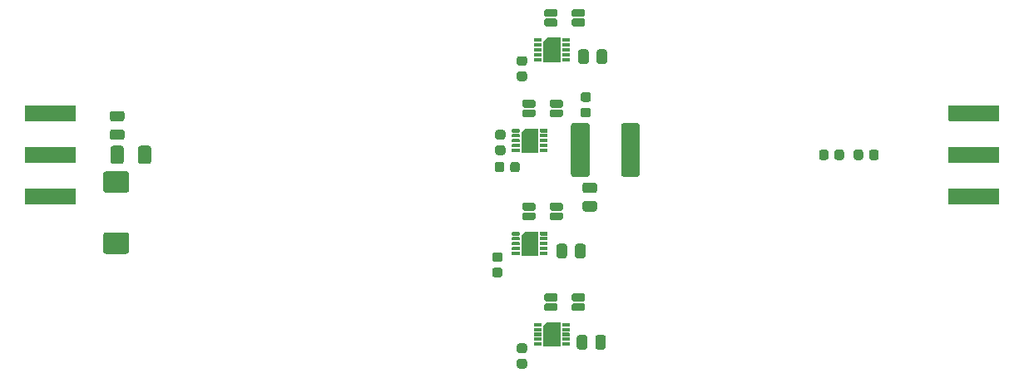
<source format=gbr>
%TF.GenerationSoftware,KiCad,Pcbnew,5.1.7*%
%TF.CreationDate,2020-12-13T02:14:48+00:00*%
%TF.ProjectId,LT3045-4,4c543330-3435-42d3-942e-6b696361645f,rev?*%
%TF.SameCoordinates,Original*%
%TF.FileFunction,Soldermask,Top*%
%TF.FilePolarity,Negative*%
%FSLAX46Y46*%
G04 Gerber Fmt 4.6, Leading zero omitted, Abs format (unit mm)*
G04 Created by KiCad (PCBNEW 5.1.7) date 2020-12-13 02:14:48*
%MOMM*%
%LPD*%
G01*
G04 APERTURE LIST*
%ADD10C,0.100000*%
G04 APERTURE END LIST*
%TO.C,C7*%
G36*
G01*
X56075000Y-10775000D02*
X56075000Y-10295000D01*
G75*
G02*
X56235000Y-10135000I160000J0D01*
G01*
X57265000Y-10135000D01*
G75*
G02*
X57425000Y-10295000I0J-160000D01*
G01*
X57425000Y-10775000D01*
G75*
G02*
X57265000Y-10935000I-160000J0D01*
G01*
X56235000Y-10935000D01*
G75*
G02*
X56075000Y-10775000I0J160000D01*
G01*
G37*
G36*
G01*
X56075000Y-11755000D02*
X56075000Y-11275000D01*
G75*
G02*
X56235000Y-11115000I160000J0D01*
G01*
X57265000Y-11115000D01*
G75*
G02*
X57425000Y-11275000I0J-160000D01*
G01*
X57425000Y-11755000D01*
G75*
G02*
X57265000Y-11915000I-160000J0D01*
G01*
X56235000Y-11915000D01*
G75*
G02*
X56075000Y-11755000I0J160000D01*
G01*
G37*
G36*
G01*
X53275000Y-10775000D02*
X53275000Y-10295000D01*
G75*
G02*
X53435000Y-10135000I160000J0D01*
G01*
X54465000Y-10135000D01*
G75*
G02*
X54625000Y-10295000I0J-160000D01*
G01*
X54625000Y-10775000D01*
G75*
G02*
X54465000Y-10935000I-160000J0D01*
G01*
X53435000Y-10935000D01*
G75*
G02*
X53275000Y-10775000I0J160000D01*
G01*
G37*
G36*
G01*
X53275000Y-11755000D02*
X53275000Y-11275000D01*
G75*
G02*
X53435000Y-11115000I160000J0D01*
G01*
X54465000Y-11115000D01*
G75*
G02*
X54625000Y-11275000I0J-160000D01*
G01*
X54625000Y-11755000D01*
G75*
G02*
X54465000Y-11915000I-160000J0D01*
G01*
X53435000Y-11915000D01*
G75*
G02*
X53275000Y-11755000I0J160000D01*
G01*
G37*
%TD*%
%TO.C,C3*%
G36*
G01*
X53825000Y-20025000D02*
X53825000Y-19545000D01*
G75*
G02*
X53985000Y-19385000I160000J0D01*
G01*
X55015000Y-19385000D01*
G75*
G02*
X55175000Y-19545000I0J-160000D01*
G01*
X55175000Y-20025000D01*
G75*
G02*
X55015000Y-20185000I-160000J0D01*
G01*
X53985000Y-20185000D01*
G75*
G02*
X53825000Y-20025000I0J160000D01*
G01*
G37*
G36*
G01*
X53825000Y-21005000D02*
X53825000Y-20525000D01*
G75*
G02*
X53985000Y-20365000I160000J0D01*
G01*
X55015000Y-20365000D01*
G75*
G02*
X55175000Y-20525000I0J-160000D01*
G01*
X55175000Y-21005000D01*
G75*
G02*
X55015000Y-21165000I-160000J0D01*
G01*
X53985000Y-21165000D01*
G75*
G02*
X53825000Y-21005000I0J160000D01*
G01*
G37*
G36*
G01*
X51025000Y-20025000D02*
X51025000Y-19545000D01*
G75*
G02*
X51185000Y-19385000I160000J0D01*
G01*
X52215000Y-19385000D01*
G75*
G02*
X52375000Y-19545000I0J-160000D01*
G01*
X52375000Y-20025000D01*
G75*
G02*
X52215000Y-20185000I-160000J0D01*
G01*
X51185000Y-20185000D01*
G75*
G02*
X51025000Y-20025000I0J160000D01*
G01*
G37*
G36*
G01*
X51025000Y-21005000D02*
X51025000Y-20525000D01*
G75*
G02*
X51185000Y-20365000I160000J0D01*
G01*
X52215000Y-20365000D01*
G75*
G02*
X52375000Y-20525000I0J-160000D01*
G01*
X52375000Y-21005000D01*
G75*
G02*
X52215000Y-21165000I-160000J0D01*
G01*
X51185000Y-21165000D01*
G75*
G02*
X51025000Y-21005000I0J160000D01*
G01*
G37*
%TD*%
%TO.C,C8*%
G36*
G01*
X53825000Y-30525000D02*
X53825000Y-30045000D01*
G75*
G02*
X53985000Y-29885000I160000J0D01*
G01*
X55015000Y-29885000D01*
G75*
G02*
X55175000Y-30045000I0J-160000D01*
G01*
X55175000Y-30525000D01*
G75*
G02*
X55015000Y-30685000I-160000J0D01*
G01*
X53985000Y-30685000D01*
G75*
G02*
X53825000Y-30525000I0J160000D01*
G01*
G37*
G36*
G01*
X53825000Y-31505000D02*
X53825000Y-31025000D01*
G75*
G02*
X53985000Y-30865000I160000J0D01*
G01*
X55015000Y-30865000D01*
G75*
G02*
X55175000Y-31025000I0J-160000D01*
G01*
X55175000Y-31505000D01*
G75*
G02*
X55015000Y-31665000I-160000J0D01*
G01*
X53985000Y-31665000D01*
G75*
G02*
X53825000Y-31505000I0J160000D01*
G01*
G37*
G36*
G01*
X51025000Y-30525000D02*
X51025000Y-30045000D01*
G75*
G02*
X51185000Y-29885000I160000J0D01*
G01*
X52215000Y-29885000D01*
G75*
G02*
X52375000Y-30045000I0J-160000D01*
G01*
X52375000Y-30525000D01*
G75*
G02*
X52215000Y-30685000I-160000J0D01*
G01*
X51185000Y-30685000D01*
G75*
G02*
X51025000Y-30525000I0J160000D01*
G01*
G37*
G36*
G01*
X51025000Y-31505000D02*
X51025000Y-31025000D01*
G75*
G02*
X51185000Y-30865000I160000J0D01*
G01*
X52215000Y-30865000D01*
G75*
G02*
X52375000Y-31025000I0J-160000D01*
G01*
X52375000Y-31505000D01*
G75*
G02*
X52215000Y-31665000I-160000J0D01*
G01*
X51185000Y-31665000D01*
G75*
G02*
X51025000Y-31505000I0J160000D01*
G01*
G37*
%TD*%
%TO.C,C9*%
G36*
G01*
X53275000Y-40755000D02*
X53275000Y-40275000D01*
G75*
G02*
X53435000Y-40115000I160000J0D01*
G01*
X54465000Y-40115000D01*
G75*
G02*
X54625000Y-40275000I0J-160000D01*
G01*
X54625000Y-40755000D01*
G75*
G02*
X54465000Y-40915000I-160000J0D01*
G01*
X53435000Y-40915000D01*
G75*
G02*
X53275000Y-40755000I0J160000D01*
G01*
G37*
G36*
G01*
X53275000Y-39775000D02*
X53275000Y-39295000D01*
G75*
G02*
X53435000Y-39135000I160000J0D01*
G01*
X54465000Y-39135000D01*
G75*
G02*
X54625000Y-39295000I0J-160000D01*
G01*
X54625000Y-39775000D01*
G75*
G02*
X54465000Y-39935000I-160000J0D01*
G01*
X53435000Y-39935000D01*
G75*
G02*
X53275000Y-39775000I0J160000D01*
G01*
G37*
G36*
G01*
X56075000Y-40755000D02*
X56075000Y-40275000D01*
G75*
G02*
X56235000Y-40115000I160000J0D01*
G01*
X57265000Y-40115000D01*
G75*
G02*
X57425000Y-40275000I0J-160000D01*
G01*
X57425000Y-40755000D01*
G75*
G02*
X57265000Y-40915000I-160000J0D01*
G01*
X56235000Y-40915000D01*
G75*
G02*
X56075000Y-40755000I0J160000D01*
G01*
G37*
G36*
G01*
X56075000Y-39775000D02*
X56075000Y-39295000D01*
G75*
G02*
X56235000Y-39135000I160000J0D01*
G01*
X57265000Y-39135000D01*
G75*
G02*
X57425000Y-39295000I0J-160000D01*
G01*
X57425000Y-39775000D01*
G75*
G02*
X57265000Y-39935000I-160000J0D01*
G01*
X56235000Y-39935000D01*
G75*
G02*
X56075000Y-39775000I0J160000D01*
G01*
G37*
%TD*%
D10*
%TO.C,U4*%
G36*
X54884755Y-42060961D02*
G01*
X54894134Y-42063806D01*
X54902779Y-42068427D01*
X54910355Y-42074645D01*
X54916573Y-42082221D01*
X54921194Y-42090866D01*
X54924039Y-42100245D01*
X54925000Y-42110000D01*
X54925000Y-44490000D01*
X54924039Y-44499755D01*
X54921194Y-44509134D01*
X54916573Y-44517779D01*
X54910355Y-44525355D01*
X54902779Y-44531573D01*
X54894134Y-44536194D01*
X54884755Y-44539039D01*
X54875000Y-44540000D01*
X53225000Y-44540000D01*
X53215245Y-44539039D01*
X53205866Y-44536194D01*
X53197221Y-44531573D01*
X53189645Y-44525355D01*
X53183427Y-44517779D01*
X53178806Y-44509134D01*
X53175961Y-44499755D01*
X53175000Y-44490000D01*
X53175000Y-42486000D01*
X53175961Y-42476245D01*
X53178806Y-42466866D01*
X53183427Y-42458221D01*
X53188402Y-42451933D01*
X53538402Y-42075933D01*
X53545751Y-42069447D01*
X53554225Y-42064520D01*
X53563497Y-42061341D01*
X53575000Y-42060000D01*
X54875000Y-42060000D01*
X54884755Y-42060961D01*
G37*
G36*
G01*
X55075000Y-42425000D02*
X55075000Y-42175000D01*
G75*
G02*
X55125000Y-42125000I50000J0D01*
G01*
X55825000Y-42125000D01*
G75*
G02*
X55875000Y-42175000I0J-50000D01*
G01*
X55875000Y-42425000D01*
G75*
G02*
X55825000Y-42475000I-50000J0D01*
G01*
X55125000Y-42475000D01*
G75*
G02*
X55075000Y-42425000I0J50000D01*
G01*
G37*
G36*
G01*
X55075000Y-42925000D02*
X55075000Y-42675000D01*
G75*
G02*
X55125000Y-42625000I50000J0D01*
G01*
X55825000Y-42625000D01*
G75*
G02*
X55875000Y-42675000I0J-50000D01*
G01*
X55875000Y-42925000D01*
G75*
G02*
X55825000Y-42975000I-50000J0D01*
G01*
X55125000Y-42975000D01*
G75*
G02*
X55075000Y-42925000I0J50000D01*
G01*
G37*
G36*
G01*
X55075000Y-43425000D02*
X55075000Y-43175000D01*
G75*
G02*
X55125000Y-43125000I50000J0D01*
G01*
X55825000Y-43125000D01*
G75*
G02*
X55875000Y-43175000I0J-50000D01*
G01*
X55875000Y-43425000D01*
G75*
G02*
X55825000Y-43475000I-50000J0D01*
G01*
X55125000Y-43475000D01*
G75*
G02*
X55075000Y-43425000I0J50000D01*
G01*
G37*
G36*
G01*
X55075000Y-43925000D02*
X55075000Y-43675000D01*
G75*
G02*
X55125000Y-43625000I50000J0D01*
G01*
X55825000Y-43625000D01*
G75*
G02*
X55875000Y-43675000I0J-50000D01*
G01*
X55875000Y-43925000D01*
G75*
G02*
X55825000Y-43975000I-50000J0D01*
G01*
X55125000Y-43975000D01*
G75*
G02*
X55075000Y-43925000I0J50000D01*
G01*
G37*
G36*
G01*
X55075000Y-44425000D02*
X55075000Y-44175000D01*
G75*
G02*
X55125000Y-44125000I50000J0D01*
G01*
X55825000Y-44125000D01*
G75*
G02*
X55875000Y-44175000I0J-50000D01*
G01*
X55875000Y-44425000D01*
G75*
G02*
X55825000Y-44475000I-50000J0D01*
G01*
X55125000Y-44475000D01*
G75*
G02*
X55075000Y-44425000I0J50000D01*
G01*
G37*
G36*
G01*
X52225000Y-44425000D02*
X52225000Y-44175000D01*
G75*
G02*
X52275000Y-44125000I50000J0D01*
G01*
X52975000Y-44125000D01*
G75*
G02*
X53025000Y-44175000I0J-50000D01*
G01*
X53025000Y-44425000D01*
G75*
G02*
X52975000Y-44475000I-50000J0D01*
G01*
X52275000Y-44475000D01*
G75*
G02*
X52225000Y-44425000I0J50000D01*
G01*
G37*
G36*
G01*
X52225000Y-43925000D02*
X52225000Y-43675000D01*
G75*
G02*
X52275000Y-43625000I50000J0D01*
G01*
X52975000Y-43625000D01*
G75*
G02*
X53025000Y-43675000I0J-50000D01*
G01*
X53025000Y-43925000D01*
G75*
G02*
X52975000Y-43975000I-50000J0D01*
G01*
X52275000Y-43975000D01*
G75*
G02*
X52225000Y-43925000I0J50000D01*
G01*
G37*
G36*
G01*
X52225000Y-43425000D02*
X52225000Y-43175000D01*
G75*
G02*
X52275000Y-43125000I50000J0D01*
G01*
X52975000Y-43125000D01*
G75*
G02*
X53025000Y-43175000I0J-50000D01*
G01*
X53025000Y-43425000D01*
G75*
G02*
X52975000Y-43475000I-50000J0D01*
G01*
X52275000Y-43475000D01*
G75*
G02*
X52225000Y-43425000I0J50000D01*
G01*
G37*
G36*
G01*
X52225000Y-42925000D02*
X52225000Y-42675000D01*
G75*
G02*
X52275000Y-42625000I50000J0D01*
G01*
X52975000Y-42625000D01*
G75*
G02*
X53025000Y-42675000I0J-50000D01*
G01*
X53025000Y-42925000D01*
G75*
G02*
X52975000Y-42975000I-50000J0D01*
G01*
X52275000Y-42975000D01*
G75*
G02*
X52225000Y-42925000I0J50000D01*
G01*
G37*
G36*
G01*
X52225000Y-42425000D02*
X52225000Y-42175000D01*
G75*
G02*
X52275000Y-42125000I50000J0D01*
G01*
X52975000Y-42125000D01*
G75*
G02*
X53025000Y-42175000I0J-50000D01*
G01*
X53025000Y-42425000D01*
G75*
G02*
X52975000Y-42475000I-50000J0D01*
G01*
X52275000Y-42475000D01*
G75*
G02*
X52225000Y-42425000I0J50000D01*
G01*
G37*
%TD*%
%TO.C,U1*%
G36*
X52634755Y-22310961D02*
G01*
X52644134Y-22313806D01*
X52652779Y-22318427D01*
X52660355Y-22324645D01*
X52666573Y-22332221D01*
X52671194Y-22340866D01*
X52674039Y-22350245D01*
X52675000Y-22360000D01*
X52675000Y-24740000D01*
X52674039Y-24749755D01*
X52671194Y-24759134D01*
X52666573Y-24767779D01*
X52660355Y-24775355D01*
X52652779Y-24781573D01*
X52644134Y-24786194D01*
X52634755Y-24789039D01*
X52625000Y-24790000D01*
X50975000Y-24790000D01*
X50965245Y-24789039D01*
X50955866Y-24786194D01*
X50947221Y-24781573D01*
X50939645Y-24775355D01*
X50933427Y-24767779D01*
X50928806Y-24759134D01*
X50925961Y-24749755D01*
X50925000Y-24740000D01*
X50925000Y-22736000D01*
X50925961Y-22726245D01*
X50928806Y-22716866D01*
X50933427Y-22708221D01*
X50938402Y-22701933D01*
X51288402Y-22325933D01*
X51295751Y-22319447D01*
X51304225Y-22314520D01*
X51313497Y-22311341D01*
X51325000Y-22310000D01*
X52625000Y-22310000D01*
X52634755Y-22310961D01*
G37*
G36*
G01*
X52825000Y-22675000D02*
X52825000Y-22425000D01*
G75*
G02*
X52875000Y-22375000I50000J0D01*
G01*
X53575000Y-22375000D01*
G75*
G02*
X53625000Y-22425000I0J-50000D01*
G01*
X53625000Y-22675000D01*
G75*
G02*
X53575000Y-22725000I-50000J0D01*
G01*
X52875000Y-22725000D01*
G75*
G02*
X52825000Y-22675000I0J50000D01*
G01*
G37*
G36*
G01*
X52825000Y-23175000D02*
X52825000Y-22925000D01*
G75*
G02*
X52875000Y-22875000I50000J0D01*
G01*
X53575000Y-22875000D01*
G75*
G02*
X53625000Y-22925000I0J-50000D01*
G01*
X53625000Y-23175000D01*
G75*
G02*
X53575000Y-23225000I-50000J0D01*
G01*
X52875000Y-23225000D01*
G75*
G02*
X52825000Y-23175000I0J50000D01*
G01*
G37*
G36*
G01*
X52825000Y-23675000D02*
X52825000Y-23425000D01*
G75*
G02*
X52875000Y-23375000I50000J0D01*
G01*
X53575000Y-23375000D01*
G75*
G02*
X53625000Y-23425000I0J-50000D01*
G01*
X53625000Y-23675000D01*
G75*
G02*
X53575000Y-23725000I-50000J0D01*
G01*
X52875000Y-23725000D01*
G75*
G02*
X52825000Y-23675000I0J50000D01*
G01*
G37*
G36*
G01*
X52825000Y-24175000D02*
X52825000Y-23925000D01*
G75*
G02*
X52875000Y-23875000I50000J0D01*
G01*
X53575000Y-23875000D01*
G75*
G02*
X53625000Y-23925000I0J-50000D01*
G01*
X53625000Y-24175000D01*
G75*
G02*
X53575000Y-24225000I-50000J0D01*
G01*
X52875000Y-24225000D01*
G75*
G02*
X52825000Y-24175000I0J50000D01*
G01*
G37*
G36*
G01*
X52825000Y-24675000D02*
X52825000Y-24425000D01*
G75*
G02*
X52875000Y-24375000I50000J0D01*
G01*
X53575000Y-24375000D01*
G75*
G02*
X53625000Y-24425000I0J-50000D01*
G01*
X53625000Y-24675000D01*
G75*
G02*
X53575000Y-24725000I-50000J0D01*
G01*
X52875000Y-24725000D01*
G75*
G02*
X52825000Y-24675000I0J50000D01*
G01*
G37*
G36*
G01*
X49975000Y-24675000D02*
X49975000Y-24425000D01*
G75*
G02*
X50025000Y-24375000I50000J0D01*
G01*
X50725000Y-24375000D01*
G75*
G02*
X50775000Y-24425000I0J-50000D01*
G01*
X50775000Y-24675000D01*
G75*
G02*
X50725000Y-24725000I-50000J0D01*
G01*
X50025000Y-24725000D01*
G75*
G02*
X49975000Y-24675000I0J50000D01*
G01*
G37*
G36*
G01*
X49975000Y-24175000D02*
X49975000Y-23925000D01*
G75*
G02*
X50025000Y-23875000I50000J0D01*
G01*
X50725000Y-23875000D01*
G75*
G02*
X50775000Y-23925000I0J-50000D01*
G01*
X50775000Y-24175000D01*
G75*
G02*
X50725000Y-24225000I-50000J0D01*
G01*
X50025000Y-24225000D01*
G75*
G02*
X49975000Y-24175000I0J50000D01*
G01*
G37*
G36*
G01*
X49975000Y-23675000D02*
X49975000Y-23425000D01*
G75*
G02*
X50025000Y-23375000I50000J0D01*
G01*
X50725000Y-23375000D01*
G75*
G02*
X50775000Y-23425000I0J-50000D01*
G01*
X50775000Y-23675000D01*
G75*
G02*
X50725000Y-23725000I-50000J0D01*
G01*
X50025000Y-23725000D01*
G75*
G02*
X49975000Y-23675000I0J50000D01*
G01*
G37*
G36*
G01*
X49975000Y-23175000D02*
X49975000Y-22925000D01*
G75*
G02*
X50025000Y-22875000I50000J0D01*
G01*
X50725000Y-22875000D01*
G75*
G02*
X50775000Y-22925000I0J-50000D01*
G01*
X50775000Y-23175000D01*
G75*
G02*
X50725000Y-23225000I-50000J0D01*
G01*
X50025000Y-23225000D01*
G75*
G02*
X49975000Y-23175000I0J50000D01*
G01*
G37*
G36*
G01*
X49975000Y-22675000D02*
X49975000Y-22425000D01*
G75*
G02*
X50025000Y-22375000I50000J0D01*
G01*
X50725000Y-22375000D01*
G75*
G02*
X50775000Y-22425000I0J-50000D01*
G01*
X50775000Y-22675000D01*
G75*
G02*
X50725000Y-22725000I-50000J0D01*
G01*
X50025000Y-22725000D01*
G75*
G02*
X49975000Y-22675000I0J50000D01*
G01*
G37*
%TD*%
%TO.C,J1*%
G36*
G01*
X460000Y-19950000D02*
X5540000Y-19950000D01*
G75*
G02*
X5590000Y-20000000I0J-50000D01*
G01*
X5590000Y-21500000D01*
G75*
G02*
X5540000Y-21550000I-50000J0D01*
G01*
X460000Y-21550000D01*
G75*
G02*
X410000Y-21500000I0J50000D01*
G01*
X410000Y-20000000D01*
G75*
G02*
X460000Y-19950000I50000J0D01*
G01*
G37*
G36*
G01*
X460000Y-28450000D02*
X5540000Y-28450000D01*
G75*
G02*
X5590000Y-28500000I0J-50000D01*
G01*
X5590000Y-30000000D01*
G75*
G02*
X5540000Y-30050000I-50000J0D01*
G01*
X460000Y-30050000D01*
G75*
G02*
X410000Y-30000000I0J50000D01*
G01*
X410000Y-28500000D01*
G75*
G02*
X460000Y-28450000I50000J0D01*
G01*
G37*
G36*
G01*
X460000Y-24200000D02*
X5540000Y-24200000D01*
G75*
G02*
X5590000Y-24250000I0J-50000D01*
G01*
X5590000Y-25750000D01*
G75*
G02*
X5540000Y-25800000I-50000J0D01*
G01*
X460000Y-25800000D01*
G75*
G02*
X410000Y-25750000I0J50000D01*
G01*
X410000Y-24250000D01*
G75*
G02*
X460000Y-24200000I50000J0D01*
G01*
G37*
%TD*%
%TO.C,J2*%
G36*
G01*
X99540000Y-25800000D02*
X94460000Y-25800000D01*
G75*
G02*
X94410000Y-25750000I0J50000D01*
G01*
X94410000Y-24250000D01*
G75*
G02*
X94460000Y-24200000I50000J0D01*
G01*
X99540000Y-24200000D01*
G75*
G02*
X99590000Y-24250000I0J-50000D01*
G01*
X99590000Y-25750000D01*
G75*
G02*
X99540000Y-25800000I-50000J0D01*
G01*
G37*
G36*
G01*
X99540000Y-21550000D02*
X94460000Y-21550000D01*
G75*
G02*
X94410000Y-21500000I0J50000D01*
G01*
X94410000Y-20000000D01*
G75*
G02*
X94460000Y-19950000I50000J0D01*
G01*
X99540000Y-19950000D01*
G75*
G02*
X99590000Y-20000000I0J-50000D01*
G01*
X99590000Y-21500000D01*
G75*
G02*
X99540000Y-21550000I-50000J0D01*
G01*
G37*
G36*
G01*
X99540000Y-30050000D02*
X94460000Y-30050000D01*
G75*
G02*
X94410000Y-30000000I0J50000D01*
G01*
X94410000Y-28500000D01*
G75*
G02*
X94460000Y-28450000I50000J0D01*
G01*
X99540000Y-28450000D01*
G75*
G02*
X99590000Y-28500000I0J-50000D01*
G01*
X99590000Y-30000000D01*
G75*
G02*
X99540000Y-30050000I-50000J0D01*
G01*
G37*
%TD*%
%TO.C,L1*%
G36*
G01*
X13275000Y-24345000D02*
X13275000Y-25655000D01*
G75*
G02*
X13005000Y-25925000I-270000J0D01*
G01*
X12195000Y-25925000D01*
G75*
G02*
X11925000Y-25655000I0J270000D01*
G01*
X11925000Y-24345000D01*
G75*
G02*
X12195000Y-24075000I270000J0D01*
G01*
X13005000Y-24075000D01*
G75*
G02*
X13275000Y-24345000I0J-270000D01*
G01*
G37*
G36*
G01*
X10475000Y-24345000D02*
X10475000Y-25655000D01*
G75*
G02*
X10205000Y-25925000I-270000J0D01*
G01*
X9395000Y-25925000D01*
G75*
G02*
X9125000Y-25655000I0J270000D01*
G01*
X9125000Y-24345000D01*
G75*
G02*
X9395000Y-24075000I270000J0D01*
G01*
X10205000Y-24075000D01*
G75*
G02*
X10475000Y-24345000I0J-270000D01*
G01*
G37*
%TD*%
%TO.C,R3*%
G36*
G01*
X57781250Y-19600000D02*
X57218750Y-19600000D01*
G75*
G02*
X56975000Y-19356250I0J243750D01*
G01*
X56975000Y-18868750D01*
G75*
G02*
X57218750Y-18625000I243750J0D01*
G01*
X57781250Y-18625000D01*
G75*
G02*
X58025000Y-18868750I0J-243750D01*
G01*
X58025000Y-19356250D01*
G75*
G02*
X57781250Y-19600000I-243750J0D01*
G01*
G37*
G36*
G01*
X57781250Y-21175000D02*
X57218750Y-21175000D01*
G75*
G02*
X56975000Y-20931250I0J243750D01*
G01*
X56975000Y-20443750D01*
G75*
G02*
X57218750Y-20200000I243750J0D01*
G01*
X57781250Y-20200000D01*
G75*
G02*
X58025000Y-20443750I0J-243750D01*
G01*
X58025000Y-20931250D01*
G75*
G02*
X57781250Y-21175000I-243750J0D01*
G01*
G37*
%TD*%
%TO.C,R4*%
G36*
G01*
X50787500Y-25968750D02*
X50787500Y-26531250D01*
G75*
G02*
X50543750Y-26775000I-243750J0D01*
G01*
X50056250Y-26775000D01*
G75*
G02*
X49812500Y-26531250I0J243750D01*
G01*
X49812500Y-25968750D01*
G75*
G02*
X50056250Y-25725000I243750J0D01*
G01*
X50543750Y-25725000D01*
G75*
G02*
X50787500Y-25968750I0J-243750D01*
G01*
G37*
G36*
G01*
X49212500Y-25968750D02*
X49212500Y-26531250D01*
G75*
G02*
X48968750Y-26775000I-243750J0D01*
G01*
X48481250Y-26775000D01*
G75*
G02*
X48237500Y-26531250I0J243750D01*
G01*
X48237500Y-25968750D01*
G75*
G02*
X48481250Y-25725000I243750J0D01*
G01*
X48968750Y-25725000D01*
G75*
G02*
X49212500Y-25968750I0J-243750D01*
G01*
G37*
%TD*%
%TO.C,R5*%
G36*
G01*
X85737500Y-24718750D02*
X85737500Y-25281250D01*
G75*
G02*
X85493750Y-25525000I-243750J0D01*
G01*
X85006250Y-25525000D01*
G75*
G02*
X84762500Y-25281250I0J243750D01*
G01*
X84762500Y-24718750D01*
G75*
G02*
X85006250Y-24475000I243750J0D01*
G01*
X85493750Y-24475000D01*
G75*
G02*
X85737500Y-24718750I0J-243750D01*
G01*
G37*
G36*
G01*
X87312500Y-24718750D02*
X87312500Y-25281250D01*
G75*
G02*
X87068750Y-25525000I-243750J0D01*
G01*
X86581250Y-25525000D01*
G75*
G02*
X86337500Y-25281250I0J243750D01*
G01*
X86337500Y-24718750D01*
G75*
G02*
X86581250Y-24475000I243750J0D01*
G01*
X87068750Y-24475000D01*
G75*
G02*
X87312500Y-24718750I0J-243750D01*
G01*
G37*
%TD*%
%TO.C,R6*%
G36*
G01*
X83787500Y-24718750D02*
X83787500Y-25281250D01*
G75*
G02*
X83543750Y-25525000I-243750J0D01*
G01*
X83056250Y-25525000D01*
G75*
G02*
X82812500Y-25281250I0J243750D01*
G01*
X82812500Y-24718750D01*
G75*
G02*
X83056250Y-24475000I243750J0D01*
G01*
X83543750Y-24475000D01*
G75*
G02*
X83787500Y-24718750I0J-243750D01*
G01*
G37*
G36*
G01*
X82212500Y-24718750D02*
X82212500Y-25281250D01*
G75*
G02*
X81968750Y-25525000I-243750J0D01*
G01*
X81481250Y-25525000D01*
G75*
G02*
X81237500Y-25281250I0J243750D01*
G01*
X81237500Y-24718750D01*
G75*
G02*
X81481250Y-24475000I243750J0D01*
G01*
X81968750Y-24475000D01*
G75*
G02*
X82212500Y-24718750I0J-243750D01*
G01*
G37*
%TD*%
%TO.C,R14*%
G36*
G01*
X50718750Y-14937500D02*
X51281250Y-14937500D01*
G75*
G02*
X51525000Y-15181250I0J-243750D01*
G01*
X51525000Y-15668750D01*
G75*
G02*
X51281250Y-15912500I-243750J0D01*
G01*
X50718750Y-15912500D01*
G75*
G02*
X50475000Y-15668750I0J243750D01*
G01*
X50475000Y-15181250D01*
G75*
G02*
X50718750Y-14937500I243750J0D01*
G01*
G37*
G36*
G01*
X50718750Y-16512500D02*
X51281250Y-16512500D01*
G75*
G02*
X51525000Y-16756250I0J-243750D01*
G01*
X51525000Y-17243750D01*
G75*
G02*
X51281250Y-17487500I-243750J0D01*
G01*
X50718750Y-17487500D01*
G75*
G02*
X50475000Y-17243750I0J243750D01*
G01*
X50475000Y-16756250D01*
G75*
G02*
X50718750Y-16512500I243750J0D01*
G01*
G37*
%TD*%
%TO.C,R15*%
G36*
G01*
X48218750Y-36512500D02*
X48781250Y-36512500D01*
G75*
G02*
X49025000Y-36756250I0J-243750D01*
G01*
X49025000Y-37243750D01*
G75*
G02*
X48781250Y-37487500I-243750J0D01*
G01*
X48218750Y-37487500D01*
G75*
G02*
X47975000Y-37243750I0J243750D01*
G01*
X47975000Y-36756250D01*
G75*
G02*
X48218750Y-36512500I243750J0D01*
G01*
G37*
G36*
G01*
X48218750Y-34937500D02*
X48781250Y-34937500D01*
G75*
G02*
X49025000Y-35181250I0J-243750D01*
G01*
X49025000Y-35668750D01*
G75*
G02*
X48781250Y-35912500I-243750J0D01*
G01*
X48218750Y-35912500D01*
G75*
G02*
X47975000Y-35668750I0J243750D01*
G01*
X47975000Y-35181250D01*
G75*
G02*
X48218750Y-34937500I243750J0D01*
G01*
G37*
%TD*%
%TO.C,R16*%
G36*
G01*
X50718750Y-45800000D02*
X51281250Y-45800000D01*
G75*
G02*
X51525000Y-46043750I0J-243750D01*
G01*
X51525000Y-46531250D01*
G75*
G02*
X51281250Y-46775000I-243750J0D01*
G01*
X50718750Y-46775000D01*
G75*
G02*
X50475000Y-46531250I0J243750D01*
G01*
X50475000Y-46043750D01*
G75*
G02*
X50718750Y-45800000I243750J0D01*
G01*
G37*
G36*
G01*
X50718750Y-44225000D02*
X51281250Y-44225000D01*
G75*
G02*
X51525000Y-44468750I0J-243750D01*
G01*
X51525000Y-44956250D01*
G75*
G02*
X51281250Y-45200000I-243750J0D01*
G01*
X50718750Y-45200000D01*
G75*
G02*
X50475000Y-44956250I0J243750D01*
G01*
X50475000Y-44468750D01*
G75*
G02*
X50718750Y-44225000I243750J0D01*
G01*
G37*
%TD*%
%TO.C,U2*%
G36*
G01*
X52225000Y-13425000D02*
X52225000Y-13175000D01*
G75*
G02*
X52275000Y-13125000I50000J0D01*
G01*
X52975000Y-13125000D01*
G75*
G02*
X53025000Y-13175000I0J-50000D01*
G01*
X53025000Y-13425000D01*
G75*
G02*
X52975000Y-13475000I-50000J0D01*
G01*
X52275000Y-13475000D01*
G75*
G02*
X52225000Y-13425000I0J50000D01*
G01*
G37*
G36*
G01*
X52225000Y-13925000D02*
X52225000Y-13675000D01*
G75*
G02*
X52275000Y-13625000I50000J0D01*
G01*
X52975000Y-13625000D01*
G75*
G02*
X53025000Y-13675000I0J-50000D01*
G01*
X53025000Y-13925000D01*
G75*
G02*
X52975000Y-13975000I-50000J0D01*
G01*
X52275000Y-13975000D01*
G75*
G02*
X52225000Y-13925000I0J50000D01*
G01*
G37*
G36*
G01*
X52225000Y-14425000D02*
X52225000Y-14175000D01*
G75*
G02*
X52275000Y-14125000I50000J0D01*
G01*
X52975000Y-14125000D01*
G75*
G02*
X53025000Y-14175000I0J-50000D01*
G01*
X53025000Y-14425000D01*
G75*
G02*
X52975000Y-14475000I-50000J0D01*
G01*
X52275000Y-14475000D01*
G75*
G02*
X52225000Y-14425000I0J50000D01*
G01*
G37*
G36*
G01*
X52225000Y-14925000D02*
X52225000Y-14675000D01*
G75*
G02*
X52275000Y-14625000I50000J0D01*
G01*
X52975000Y-14625000D01*
G75*
G02*
X53025000Y-14675000I0J-50000D01*
G01*
X53025000Y-14925000D01*
G75*
G02*
X52975000Y-14975000I-50000J0D01*
G01*
X52275000Y-14975000D01*
G75*
G02*
X52225000Y-14925000I0J50000D01*
G01*
G37*
G36*
G01*
X52225000Y-15425000D02*
X52225000Y-15175000D01*
G75*
G02*
X52275000Y-15125000I50000J0D01*
G01*
X52975000Y-15125000D01*
G75*
G02*
X53025000Y-15175000I0J-50000D01*
G01*
X53025000Y-15425000D01*
G75*
G02*
X52975000Y-15475000I-50000J0D01*
G01*
X52275000Y-15475000D01*
G75*
G02*
X52225000Y-15425000I0J50000D01*
G01*
G37*
G36*
G01*
X55075000Y-15425000D02*
X55075000Y-15175000D01*
G75*
G02*
X55125000Y-15125000I50000J0D01*
G01*
X55825000Y-15125000D01*
G75*
G02*
X55875000Y-15175000I0J-50000D01*
G01*
X55875000Y-15425000D01*
G75*
G02*
X55825000Y-15475000I-50000J0D01*
G01*
X55125000Y-15475000D01*
G75*
G02*
X55075000Y-15425000I0J50000D01*
G01*
G37*
G36*
G01*
X55075000Y-14925000D02*
X55075000Y-14675000D01*
G75*
G02*
X55125000Y-14625000I50000J0D01*
G01*
X55825000Y-14625000D01*
G75*
G02*
X55875000Y-14675000I0J-50000D01*
G01*
X55875000Y-14925000D01*
G75*
G02*
X55825000Y-14975000I-50000J0D01*
G01*
X55125000Y-14975000D01*
G75*
G02*
X55075000Y-14925000I0J50000D01*
G01*
G37*
G36*
G01*
X55075000Y-14425000D02*
X55075000Y-14175000D01*
G75*
G02*
X55125000Y-14125000I50000J0D01*
G01*
X55825000Y-14125000D01*
G75*
G02*
X55875000Y-14175000I0J-50000D01*
G01*
X55875000Y-14425000D01*
G75*
G02*
X55825000Y-14475000I-50000J0D01*
G01*
X55125000Y-14475000D01*
G75*
G02*
X55075000Y-14425000I0J50000D01*
G01*
G37*
G36*
G01*
X55075000Y-13925000D02*
X55075000Y-13675000D01*
G75*
G02*
X55125000Y-13625000I50000J0D01*
G01*
X55825000Y-13625000D01*
G75*
G02*
X55875000Y-13675000I0J-50000D01*
G01*
X55875000Y-13925000D01*
G75*
G02*
X55825000Y-13975000I-50000J0D01*
G01*
X55125000Y-13975000D01*
G75*
G02*
X55075000Y-13925000I0J50000D01*
G01*
G37*
G36*
G01*
X55075000Y-13425000D02*
X55075000Y-13175000D01*
G75*
G02*
X55125000Y-13125000I50000J0D01*
G01*
X55825000Y-13125000D01*
G75*
G02*
X55875000Y-13175000I0J-50000D01*
G01*
X55875000Y-13425000D01*
G75*
G02*
X55825000Y-13475000I-50000J0D01*
G01*
X55125000Y-13475000D01*
G75*
G02*
X55075000Y-13425000I0J50000D01*
G01*
G37*
G36*
X54884755Y-13060961D02*
G01*
X54894134Y-13063806D01*
X54902779Y-13068427D01*
X54910355Y-13074645D01*
X54916573Y-13082221D01*
X54921194Y-13090866D01*
X54924039Y-13100245D01*
X54925000Y-13110000D01*
X54925000Y-15490000D01*
X54924039Y-15499755D01*
X54921194Y-15509134D01*
X54916573Y-15517779D01*
X54910355Y-15525355D01*
X54902779Y-15531573D01*
X54894134Y-15536194D01*
X54884755Y-15539039D01*
X54875000Y-15540000D01*
X53225000Y-15540000D01*
X53215245Y-15539039D01*
X53205866Y-15536194D01*
X53197221Y-15531573D01*
X53189645Y-15525355D01*
X53183427Y-15517779D01*
X53178806Y-15509134D01*
X53175961Y-15499755D01*
X53175000Y-15490000D01*
X53175000Y-13486000D01*
X53175961Y-13476245D01*
X53178806Y-13466866D01*
X53183427Y-13458221D01*
X53188402Y-13451933D01*
X53538402Y-13075933D01*
X53545751Y-13069447D01*
X53554225Y-13064520D01*
X53563497Y-13061341D01*
X53575000Y-13060000D01*
X54875000Y-13060000D01*
X54884755Y-13060961D01*
G37*
%TD*%
%TO.C,U3*%
G36*
G01*
X49975000Y-33175000D02*
X49975000Y-32925000D01*
G75*
G02*
X50025000Y-32875000I50000J0D01*
G01*
X50725000Y-32875000D01*
G75*
G02*
X50775000Y-32925000I0J-50000D01*
G01*
X50775000Y-33175000D01*
G75*
G02*
X50725000Y-33225000I-50000J0D01*
G01*
X50025000Y-33225000D01*
G75*
G02*
X49975000Y-33175000I0J50000D01*
G01*
G37*
G36*
G01*
X49975000Y-33675000D02*
X49975000Y-33425000D01*
G75*
G02*
X50025000Y-33375000I50000J0D01*
G01*
X50725000Y-33375000D01*
G75*
G02*
X50775000Y-33425000I0J-50000D01*
G01*
X50775000Y-33675000D01*
G75*
G02*
X50725000Y-33725000I-50000J0D01*
G01*
X50025000Y-33725000D01*
G75*
G02*
X49975000Y-33675000I0J50000D01*
G01*
G37*
G36*
G01*
X49975000Y-34175000D02*
X49975000Y-33925000D01*
G75*
G02*
X50025000Y-33875000I50000J0D01*
G01*
X50725000Y-33875000D01*
G75*
G02*
X50775000Y-33925000I0J-50000D01*
G01*
X50775000Y-34175000D01*
G75*
G02*
X50725000Y-34225000I-50000J0D01*
G01*
X50025000Y-34225000D01*
G75*
G02*
X49975000Y-34175000I0J50000D01*
G01*
G37*
G36*
G01*
X49975000Y-34675000D02*
X49975000Y-34425000D01*
G75*
G02*
X50025000Y-34375000I50000J0D01*
G01*
X50725000Y-34375000D01*
G75*
G02*
X50775000Y-34425000I0J-50000D01*
G01*
X50775000Y-34675000D01*
G75*
G02*
X50725000Y-34725000I-50000J0D01*
G01*
X50025000Y-34725000D01*
G75*
G02*
X49975000Y-34675000I0J50000D01*
G01*
G37*
G36*
G01*
X49975000Y-35175000D02*
X49975000Y-34925000D01*
G75*
G02*
X50025000Y-34875000I50000J0D01*
G01*
X50725000Y-34875000D01*
G75*
G02*
X50775000Y-34925000I0J-50000D01*
G01*
X50775000Y-35175000D01*
G75*
G02*
X50725000Y-35225000I-50000J0D01*
G01*
X50025000Y-35225000D01*
G75*
G02*
X49975000Y-35175000I0J50000D01*
G01*
G37*
G36*
G01*
X52825000Y-35175000D02*
X52825000Y-34925000D01*
G75*
G02*
X52875000Y-34875000I50000J0D01*
G01*
X53575000Y-34875000D01*
G75*
G02*
X53625000Y-34925000I0J-50000D01*
G01*
X53625000Y-35175000D01*
G75*
G02*
X53575000Y-35225000I-50000J0D01*
G01*
X52875000Y-35225000D01*
G75*
G02*
X52825000Y-35175000I0J50000D01*
G01*
G37*
G36*
G01*
X52825000Y-34675000D02*
X52825000Y-34425000D01*
G75*
G02*
X52875000Y-34375000I50000J0D01*
G01*
X53575000Y-34375000D01*
G75*
G02*
X53625000Y-34425000I0J-50000D01*
G01*
X53625000Y-34675000D01*
G75*
G02*
X53575000Y-34725000I-50000J0D01*
G01*
X52875000Y-34725000D01*
G75*
G02*
X52825000Y-34675000I0J50000D01*
G01*
G37*
G36*
G01*
X52825000Y-34175000D02*
X52825000Y-33925000D01*
G75*
G02*
X52875000Y-33875000I50000J0D01*
G01*
X53575000Y-33875000D01*
G75*
G02*
X53625000Y-33925000I0J-50000D01*
G01*
X53625000Y-34175000D01*
G75*
G02*
X53575000Y-34225000I-50000J0D01*
G01*
X52875000Y-34225000D01*
G75*
G02*
X52825000Y-34175000I0J50000D01*
G01*
G37*
G36*
G01*
X52825000Y-33675000D02*
X52825000Y-33425000D01*
G75*
G02*
X52875000Y-33375000I50000J0D01*
G01*
X53575000Y-33375000D01*
G75*
G02*
X53625000Y-33425000I0J-50000D01*
G01*
X53625000Y-33675000D01*
G75*
G02*
X53575000Y-33725000I-50000J0D01*
G01*
X52875000Y-33725000D01*
G75*
G02*
X52825000Y-33675000I0J50000D01*
G01*
G37*
G36*
G01*
X52825000Y-33175000D02*
X52825000Y-32925000D01*
G75*
G02*
X52875000Y-32875000I50000J0D01*
G01*
X53575000Y-32875000D01*
G75*
G02*
X53625000Y-32925000I0J-50000D01*
G01*
X53625000Y-33175000D01*
G75*
G02*
X53575000Y-33225000I-50000J0D01*
G01*
X52875000Y-33225000D01*
G75*
G02*
X52825000Y-33175000I0J50000D01*
G01*
G37*
G36*
X52634755Y-32810961D02*
G01*
X52644134Y-32813806D01*
X52652779Y-32818427D01*
X52660355Y-32824645D01*
X52666573Y-32832221D01*
X52671194Y-32840866D01*
X52674039Y-32850245D01*
X52675000Y-32860000D01*
X52675000Y-35240000D01*
X52674039Y-35249755D01*
X52671194Y-35259134D01*
X52666573Y-35267779D01*
X52660355Y-35275355D01*
X52652779Y-35281573D01*
X52644134Y-35286194D01*
X52634755Y-35289039D01*
X52625000Y-35290000D01*
X50975000Y-35290000D01*
X50965245Y-35289039D01*
X50955866Y-35286194D01*
X50947221Y-35281573D01*
X50939645Y-35275355D01*
X50933427Y-35267779D01*
X50928806Y-35259134D01*
X50925961Y-35249755D01*
X50925000Y-35240000D01*
X50925000Y-33236000D01*
X50925961Y-33226245D01*
X50928806Y-33216866D01*
X50933427Y-33208221D01*
X50938402Y-33201933D01*
X51288402Y-32825933D01*
X51295751Y-32819447D01*
X51304225Y-32814520D01*
X51313497Y-32811341D01*
X51325000Y-32810000D01*
X52625000Y-32810000D01*
X52634755Y-32810961D01*
G37*
%TD*%
%TO.C,C2*%
G36*
G01*
X61100000Y-26986112D02*
X61100000Y-22013888D01*
G75*
G02*
X61363888Y-21750000I263888J0D01*
G01*
X62736112Y-21750000D01*
G75*
G02*
X63000000Y-22013888I0J-263888D01*
G01*
X63000000Y-26986112D01*
G75*
G02*
X62736112Y-27250000I-263888J0D01*
G01*
X61363888Y-27250000D01*
G75*
G02*
X61100000Y-26986112I0J263888D01*
G01*
G37*
G36*
G01*
X56000000Y-26986112D02*
X56000000Y-22013888D01*
G75*
G02*
X56263888Y-21750000I263888J0D01*
G01*
X57636112Y-21750000D01*
G75*
G02*
X57900000Y-22013888I0J-263888D01*
G01*
X57900000Y-26986112D01*
G75*
G02*
X57636112Y-27250000I-263888J0D01*
G01*
X56263888Y-27250000D01*
G75*
G02*
X56000000Y-26986112I0J263888D01*
G01*
G37*
%TD*%
%TO.C,C1*%
G36*
G01*
X8637048Y-26687500D02*
X10762952Y-26687500D01*
G75*
G02*
X11025000Y-26949548I0J-262048D01*
G01*
X11025000Y-28600452D01*
G75*
G02*
X10762952Y-28862500I-262048J0D01*
G01*
X8637048Y-28862500D01*
G75*
G02*
X8375000Y-28600452I0J262048D01*
G01*
X8375000Y-26949548D01*
G75*
G02*
X8637048Y-26687500I262048J0D01*
G01*
G37*
G36*
G01*
X8637048Y-32912500D02*
X10762952Y-32912500D01*
G75*
G02*
X11025000Y-33174548I0J-262048D01*
G01*
X11025000Y-34825452D01*
G75*
G02*
X10762952Y-35087500I-262048J0D01*
G01*
X8637048Y-35087500D01*
G75*
G02*
X8375000Y-34825452I0J262048D01*
G01*
X8375000Y-33174548D01*
G75*
G02*
X8637048Y-32912500I262048J0D01*
G01*
G37*
%TD*%
%TO.C,C10*%
G36*
G01*
X10281250Y-23475000D02*
X9318750Y-23475000D01*
G75*
G02*
X9050000Y-23206250I0J268750D01*
G01*
X9050000Y-22668750D01*
G75*
G02*
X9318750Y-22400000I268750J0D01*
G01*
X10281250Y-22400000D01*
G75*
G02*
X10550000Y-22668750I0J-268750D01*
G01*
X10550000Y-23206250D01*
G75*
G02*
X10281250Y-23475000I-268750J0D01*
G01*
G37*
G36*
G01*
X10281250Y-21600000D02*
X9318750Y-21600000D01*
G75*
G02*
X9050000Y-21331250I0J268750D01*
G01*
X9050000Y-20793750D01*
G75*
G02*
X9318750Y-20525000I268750J0D01*
G01*
X10281250Y-20525000D01*
G75*
G02*
X10550000Y-20793750I0J-268750D01*
G01*
X10550000Y-21331250D01*
G75*
G02*
X10281250Y-21600000I-268750J0D01*
G01*
G37*
%TD*%
%TO.C,R1*%
G36*
G01*
X49081250Y-25012500D02*
X48518750Y-25012500D01*
G75*
G02*
X48275000Y-24768750I0J243750D01*
G01*
X48275000Y-24281250D01*
G75*
G02*
X48518750Y-24037500I243750J0D01*
G01*
X49081250Y-24037500D01*
G75*
G02*
X49325000Y-24281250I0J-243750D01*
G01*
X49325000Y-24768750D01*
G75*
G02*
X49081250Y-25012500I-243750J0D01*
G01*
G37*
G36*
G01*
X49081250Y-23437500D02*
X48518750Y-23437500D01*
G75*
G02*
X48275000Y-23193750I0J243750D01*
G01*
X48275000Y-22706250D01*
G75*
G02*
X48518750Y-22462500I243750J0D01*
G01*
X49081250Y-22462500D01*
G75*
G02*
X49325000Y-22706250I0J-243750D01*
G01*
X49325000Y-23193750D01*
G75*
G02*
X49081250Y-23437500I-243750J0D01*
G01*
G37*
%TD*%
%TO.C,C4*%
G36*
G01*
X56725000Y-15481250D02*
X56725000Y-14518750D01*
G75*
G02*
X56993750Y-14250000I268750J0D01*
G01*
X57531250Y-14250000D01*
G75*
G02*
X57800000Y-14518750I0J-268750D01*
G01*
X57800000Y-15481250D01*
G75*
G02*
X57531250Y-15750000I-268750J0D01*
G01*
X56993750Y-15750000D01*
G75*
G02*
X56725000Y-15481250I0J268750D01*
G01*
G37*
G36*
G01*
X58600000Y-15481250D02*
X58600000Y-14518750D01*
G75*
G02*
X58868750Y-14250000I268750J0D01*
G01*
X59406250Y-14250000D01*
G75*
G02*
X59675000Y-14518750I0J-268750D01*
G01*
X59675000Y-15481250D01*
G75*
G02*
X59406250Y-15750000I-268750J0D01*
G01*
X58868750Y-15750000D01*
G75*
G02*
X58600000Y-15481250I0J268750D01*
G01*
G37*
%TD*%
%TO.C,C5*%
G36*
G01*
X56400000Y-35281250D02*
X56400000Y-34318750D01*
G75*
G02*
X56668750Y-34050000I268750J0D01*
G01*
X57206250Y-34050000D01*
G75*
G02*
X57475000Y-34318750I0J-268750D01*
G01*
X57475000Y-35281250D01*
G75*
G02*
X57206250Y-35550000I-268750J0D01*
G01*
X56668750Y-35550000D01*
G75*
G02*
X56400000Y-35281250I0J268750D01*
G01*
G37*
G36*
G01*
X54525000Y-35281250D02*
X54525000Y-34318750D01*
G75*
G02*
X54793750Y-34050000I268750J0D01*
G01*
X55331250Y-34050000D01*
G75*
G02*
X55600000Y-34318750I0J-268750D01*
G01*
X55600000Y-35281250D01*
G75*
G02*
X55331250Y-35550000I-268750J0D01*
G01*
X54793750Y-35550000D01*
G75*
G02*
X54525000Y-35281250I0J268750D01*
G01*
G37*
%TD*%
%TO.C,C6*%
G36*
G01*
X57418750Y-27825000D02*
X58381250Y-27825000D01*
G75*
G02*
X58650000Y-28093750I0J-268750D01*
G01*
X58650000Y-28631250D01*
G75*
G02*
X58381250Y-28900000I-268750J0D01*
G01*
X57418750Y-28900000D01*
G75*
G02*
X57150000Y-28631250I0J268750D01*
G01*
X57150000Y-28093750D01*
G75*
G02*
X57418750Y-27825000I268750J0D01*
G01*
G37*
G36*
G01*
X57418750Y-29700000D02*
X58381250Y-29700000D01*
G75*
G02*
X58650000Y-29968750I0J-268750D01*
G01*
X58650000Y-30506250D01*
G75*
G02*
X58381250Y-30775000I-268750J0D01*
G01*
X57418750Y-30775000D01*
G75*
G02*
X57150000Y-30506250I0J268750D01*
G01*
X57150000Y-29968750D01*
G75*
G02*
X57418750Y-29700000I268750J0D01*
G01*
G37*
%TD*%
%TO.C,C11*%
G36*
G01*
X58462500Y-44581250D02*
X58462500Y-43618750D01*
G75*
G02*
X58731250Y-43350000I268750J0D01*
G01*
X59268750Y-43350000D01*
G75*
G02*
X59537500Y-43618750I0J-268750D01*
G01*
X59537500Y-44581250D01*
G75*
G02*
X59268750Y-44850000I-268750J0D01*
G01*
X58731250Y-44850000D01*
G75*
G02*
X58462500Y-44581250I0J268750D01*
G01*
G37*
G36*
G01*
X56587500Y-44581250D02*
X56587500Y-43618750D01*
G75*
G02*
X56856250Y-43350000I268750J0D01*
G01*
X57393750Y-43350000D01*
G75*
G02*
X57662500Y-43618750I0J-268750D01*
G01*
X57662500Y-44581250D01*
G75*
G02*
X57393750Y-44850000I-268750J0D01*
G01*
X56856250Y-44850000D01*
G75*
G02*
X56587500Y-44581250I0J268750D01*
G01*
G37*
%TD*%
M02*

</source>
